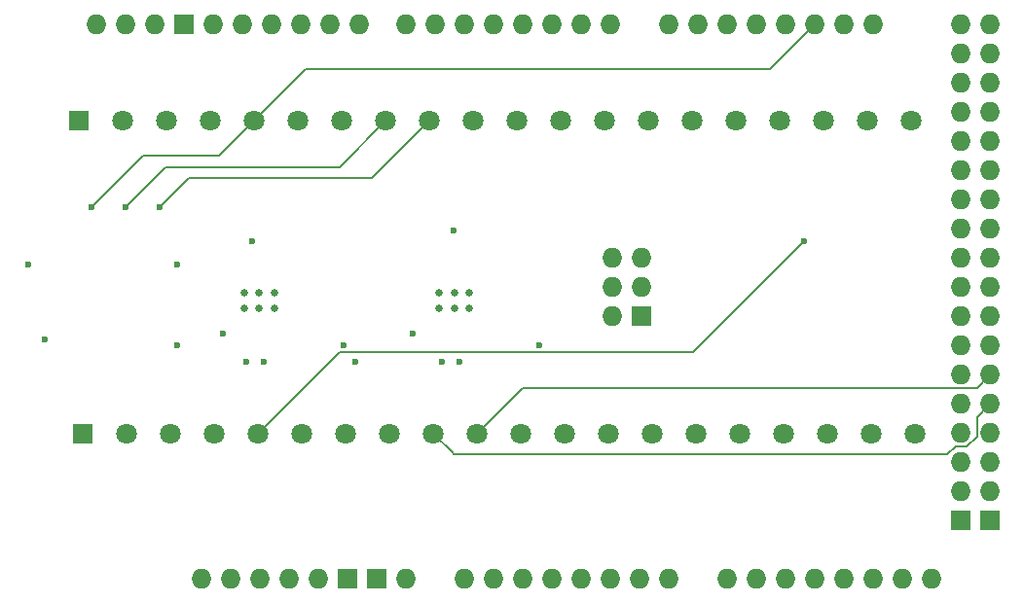
<source format=gbr>
%TF.GenerationSoftware,KiCad,Pcbnew,9.0.2*%
%TF.CreationDate,2025-06-29T11:55:11-05:00*%
%TF.ProjectId,k3ng-Rotator-v2,6b336e67-2d52-46f7-9461-746f722d7632,rev?*%
%TF.SameCoordinates,Original*%
%TF.FileFunction,Copper,L3,Inr*%
%TF.FilePolarity,Positive*%
%FSLAX46Y46*%
G04 Gerber Fmt 4.6, Leading zero omitted, Abs format (unit mm)*
G04 Created by KiCad (PCBNEW 9.0.2) date 2025-06-29 11:55:11*
%MOMM*%
%LPD*%
G01*
G04 APERTURE LIST*
%TA.AperFunction,ComponentPad*%
%ADD10R,1.800000X1.800000*%
%TD*%
%TA.AperFunction,ComponentPad*%
%ADD11C,1.800000*%
%TD*%
%TA.AperFunction,ComponentPad*%
%ADD12C,0.630000*%
%TD*%
%TA.AperFunction,ComponentPad*%
%ADD13O,1.727200X1.727200*%
%TD*%
%TA.AperFunction,ComponentPad*%
%ADD14R,1.727200X1.727200*%
%TD*%
%TA.AperFunction,ViaPad*%
%ADD15C,0.600000*%
%TD*%
%TA.AperFunction,Conductor*%
%ADD16C,0.200000*%
%TD*%
G04 APERTURE END LIST*
D10*
%TO.N,GND*%
%TO.C,J2*%
X100437470Y-67957204D03*
D11*
%TO.N,+5V*%
X104247470Y-67957204D03*
%TO.N,GND*%
X108057470Y-67957204D03*
%TO.N,/AZEnc-A*%
X111867470Y-67957204D03*
%TO.N,/AZEnc-B*%
X115677470Y-67957204D03*
%TO.N,+5V*%
X119487470Y-67957204D03*
%TO.N,+12V*%
X123297470Y-67957204D03*
%TO.N,/ElevEnc-B*%
X127107470Y-67957204D03*
%TO.N,/ElevEnc-A*%
X130917470Y-67957204D03*
%TO.N,/AzM1*%
X134727470Y-67957204D03*
%TO.N,/AzM2*%
X138537470Y-67957204D03*
%TO.N,/ElvM2*%
X142347470Y-67957204D03*
%TO.N,/ElvM1*%
X146157470Y-67957204D03*
%TO.N,+12V*%
X149967470Y-67957204D03*
%TO.N,/D15*%
X153777470Y-67957204D03*
%TO.N,/D16*%
X157587470Y-67957204D03*
%TO.N,/D17*%
X161397470Y-67957204D03*
%TO.N,/SCL*%
X165207470Y-67957204D03*
%TO.N,/SDA*%
X169017470Y-67957204D03*
%TO.N,GND*%
X172827470Y-67957204D03*
%TD*%
D12*
%TO.N,GND*%
%TO.C,U1*%
X131795000Y-84275000D03*
X133095000Y-84275000D03*
X134395000Y-84275000D03*
X131795000Y-82975000D03*
X133095000Y-82975000D03*
X134395000Y-82975000D03*
%TD*%
%TO.N,GND*%
%TO.C,U2*%
X114824367Y-84275000D03*
X116124367Y-84275000D03*
X117424367Y-84275000D03*
X114824367Y-82975000D03*
X116124367Y-82975000D03*
X117424367Y-82975000D03*
%TD*%
D13*
%TO.N,+12V*%
%TO.C,A1*%
X128911500Y-107844237D03*
%TO.N,unconnected-(A1-PadSDA)*%
X104527500Y-59584237D03*
%TO.N,unconnected-(A1-PadSCL)*%
X101987500Y-59584237D03*
%TO.N,unconnected-(A1-SPI_SCK-PadSCK)*%
X146818500Y-82444237D03*
%TO.N,unconnected-(A1-SPI_RESET-PadRST2)*%
X146818500Y-84984237D03*
%TO.N,unconnected-(A1-RESET-PadRST1)*%
X116211500Y-107844237D03*
%TO.N,unconnected-(A1-SPI_MOSI-PadMOSI)*%
X149358500Y-82444237D03*
%TO.N,unconnected-(A1-SPI_MISO-PadMISO)*%
X146818500Y-79904237D03*
%TO.N,unconnected-(A1-IOREF-PadIORF)*%
X113671500Y-107844237D03*
D14*
%TO.N,GND*%
X179711500Y-102764237D03*
X177171500Y-102764237D03*
%TO.N,unconnected-(A1-SPI_GND-PadGND4)*%
X149358500Y-84984237D03*
%TO.N,GND*%
X126371500Y-107844237D03*
X123831500Y-107844237D03*
X109607500Y-59584237D03*
D13*
%TO.N,unconnected-(A1-D53_CS-PadD53)*%
X179711500Y-100224237D03*
%TO.N,unconnected-(A1-D52_SCK-PadD52)*%
X177171500Y-100224237D03*
%TO.N,unconnected-(A1-D51_MOSI-PadD51)*%
X179711500Y-97684237D03*
%TO.N,unconnected-(A1-D50_MISO-PadD50)*%
X177171500Y-97684237D03*
%TO.N,/LCD-D7*%
X179711500Y-95144237D03*
%TO.N,unconnected-(A1-PadD48)*%
X177171500Y-95144237D03*
%TO.N,/LCD-D6*%
X179711500Y-92604237D03*
%TO.N,unconnected-(A1-PadD46)*%
X177171500Y-92604237D03*
%TO.N,/LCD-D5*%
X179711500Y-90064237D03*
%TO.N,unconnected-(A1-PadD44)*%
X177171500Y-90064237D03*
%TO.N,/LCD-D4*%
X179711500Y-87524237D03*
%TO.N,unconnected-(A1-PadD42)*%
X177171500Y-87524237D03*
%TO.N,/LCD-RST*%
X179711500Y-84984237D03*
%TO.N,unconnected-(A1-PadD40)*%
X177171500Y-84984237D03*
%TO.N,/LCD-E*%
X179711500Y-82444237D03*
%TO.N,unconnected-(A1-PadD38)*%
X177171500Y-82444237D03*
%TO.N,unconnected-(A1-PadD37)*%
X179711500Y-79904237D03*
%TO.N,unconnected-(A1-PadD36)*%
X177171500Y-79904237D03*
%TO.N,unconnected-(A1-PadD35)*%
X179711500Y-77364237D03*
%TO.N,unconnected-(A1-PadD34)*%
X177171500Y-77364237D03*
%TO.N,unconnected-(A1-PadD33)*%
X179711500Y-74824237D03*
%TO.N,unconnected-(A1-PadD32)*%
X177171500Y-74824237D03*
%TO.N,unconnected-(A1-PadD31)*%
X179711500Y-72284237D03*
%TO.N,unconnected-(A1-PadD30)*%
X177171500Y-72284237D03*
%TO.N,unconnected-(A1-PadD29)*%
X179711500Y-69744237D03*
%TO.N,unconnected-(A1-PadD28)*%
X177171500Y-69744237D03*
%TO.N,unconnected-(A1-PadD27)*%
X179711500Y-67204237D03*
%TO.N,unconnected-(A1-PadD26)*%
X177171500Y-67204237D03*
%TO.N,unconnected-(A1-PadD25)*%
X179711500Y-64664237D03*
%TO.N,unconnected-(A1-PadD24)*%
X177171500Y-64664237D03*
%TO.N,unconnected-(A1-PadD23)*%
X179711500Y-62124237D03*
%TO.N,unconnected-(A1-PadD22)*%
X177171500Y-62124237D03*
%TO.N,/SDA*%
X169551500Y-59584237D03*
%TO.N,/SCL*%
X167011500Y-59584237D03*
%TO.N,/AZEnc-B*%
X164471500Y-59584237D03*
%TO.N,/AZEnc-A*%
X161931500Y-59584237D03*
%TO.N,/D17*%
X159391500Y-59584237D03*
%TO.N,/D16*%
X156851500Y-59584237D03*
%TO.N,/D15*%
X154311500Y-59584237D03*
%TO.N,unconnected-(A1-D14{slash}TX3-PadD14)*%
X151771500Y-59584237D03*
%TO.N,unconnected-(A1-PadD13)*%
X112147500Y-59584237D03*
%TO.N,unconnected-(A1-PadD12)*%
X114687500Y-59584237D03*
%TO.N,unconnected-(A1-PadD11)*%
X117227500Y-59584237D03*
%TO.N,unconnected-(A1-PadD10)*%
X119767500Y-59584237D03*
%TO.N,/ElvM1_In*%
X122307500Y-59584237D03*
%TO.N,/ElvM2_In*%
X124847500Y-59584237D03*
%TO.N,/AzM1_In*%
X128911500Y-59584237D03*
%TO.N,/AzM2_In*%
X131451500Y-59584237D03*
%TO.N,unconnected-(A1-PadD5)*%
X133991500Y-59584237D03*
%TO.N,unconnected-(A1-PadD4)*%
X136531500Y-59584237D03*
%TO.N,/ElevEnc-B*%
X139071500Y-59584237D03*
%TO.N,/ElevEnc-A*%
X141611500Y-59584237D03*
%TO.N,/Serial_TX*%
X144151500Y-59584237D03*
%TO.N,/Serial_RX*%
X146691500Y-59584237D03*
%TO.N,unconnected-(A1-PadAREF)*%
X107067500Y-59584237D03*
%TO.N,unconnected-(A1-PadA15)*%
X174631500Y-107844237D03*
%TO.N,unconnected-(A1-PadA14)*%
X172091500Y-107844237D03*
%TO.N,unconnected-(A1-PadA13)*%
X169551500Y-107844237D03*
%TO.N,unconnected-(A1-PadA12)*%
X167011500Y-107844237D03*
%TO.N,unconnected-(A1-PadA11)*%
X164471500Y-107844237D03*
%TO.N,unconnected-(A1-PadA10)*%
X161931500Y-107844237D03*
%TO.N,unconnected-(A1-PadA9)*%
X159391500Y-107844237D03*
%TO.N,unconnected-(A1-PadA8)*%
X156851500Y-107844237D03*
%TO.N,unconnected-(A1-PadA7)*%
X151771500Y-107844237D03*
%TO.N,unconnected-(A1-PadA6)*%
X149231500Y-107844237D03*
%TO.N,unconnected-(A1-PadA5)*%
X146691500Y-107844237D03*
%TO.N,unconnected-(A1-PadA4)*%
X144151500Y-107844237D03*
%TO.N,/SW-DWN*%
X141611500Y-107844237D03*
%TO.N,/SW-UP*%
X139071500Y-107844237D03*
%TO.N,/SW-CCW*%
X136531500Y-107844237D03*
%TO.N,/SW-CW*%
X133991500Y-107844237D03*
%TO.N,+5V*%
X179711500Y-59584237D03*
X177171500Y-59584237D03*
%TO.N,unconnected-(A1-SPI_5V-Pad5V2)*%
X149358500Y-79904237D03*
%TO.N,+5V*%
X121291500Y-107844237D03*
%TO.N,+3.3V*%
X118751500Y-107844237D03*
%TO.N,*%
X111131500Y-107844237D03*
%TD*%
D10*
%TO.N,+5V*%
%TO.C,J1*%
X100770148Y-95196454D03*
D11*
X104580148Y-95196454D03*
X108390148Y-95196454D03*
%TO.N,+3.3V*%
X112200148Y-95196454D03*
X116010148Y-95196454D03*
%TO.N,/LCD-RST*%
X119820148Y-95196454D03*
%TO.N,/LCD-E*%
X123630148Y-95196454D03*
%TO.N,/LCD-D7*%
X127440148Y-95196454D03*
%TO.N,/LCD-D6*%
X131250148Y-95196454D03*
%TO.N,/LCD-D5*%
X135060148Y-95196454D03*
%TO.N,/LCD-D4*%
X138870148Y-95196454D03*
%TO.N,/SW-CW*%
X142680148Y-95196454D03*
%TO.N,/SW-CCW*%
X146490148Y-95196454D03*
%TO.N,/SW-UP*%
X150300148Y-95196454D03*
%TO.N,/SW-DWN*%
X154110148Y-95196454D03*
%TO.N,/Serial_TX*%
X157920148Y-95196454D03*
%TO.N,/Serial_RX*%
X161730148Y-95196454D03*
%TO.N,GND*%
X165540148Y-95196454D03*
X169350148Y-95196454D03*
X173160148Y-95196454D03*
%TD*%
D15*
%TO.N,GND*%
X133011000Y-77500000D03*
X123500000Y-87500000D03*
X115500000Y-78500000D03*
X97500000Y-87000000D03*
X129500000Y-86500000D03*
X124500000Y-89000000D03*
X109000000Y-87500000D03*
X140440768Y-87500000D03*
X113000000Y-86500000D03*
%TO.N,+5V*%
X96000000Y-80500000D03*
X109000000Y-80500000D03*
%TO.N,/AzM2_In*%
X133500000Y-89000000D03*
%TO.N,/ElevEnc-B*%
X104500000Y-75500000D03*
%TO.N,/ElvM2_In*%
X116500000Y-89000000D03*
%TO.N,/AZEnc-B*%
X101500000Y-75500000D03*
%TO.N,+3.3V*%
X163500000Y-78500000D03*
%TO.N,/ElevEnc-A*%
X107500000Y-75500000D03*
%TO.N,/AzM1_In*%
X132000000Y-89000000D03*
%TO.N,/ElvM1_In*%
X115000000Y-89000000D03*
%TD*%
D16*
%TO.N,/LCD-D5*%
X135060148Y-95196454D02*
X139027765Y-91228837D01*
X178546900Y-91228837D02*
X179711500Y-90064237D01*
X139027765Y-91228837D02*
X178546900Y-91228837D01*
%TO.N,/ElevEnc-B*%
X104500000Y-75500000D02*
X108000000Y-72000000D01*
X123090000Y-72000000D02*
X127090000Y-68000000D01*
X108000000Y-72000000D02*
X123090000Y-72000000D01*
%TO.N,/AZEnc-B*%
X115660000Y-68000000D02*
X120160000Y-63500000D01*
X120160000Y-63500000D02*
X160555737Y-63500000D01*
X106000000Y-71000000D02*
X112660000Y-71000000D01*
X112660000Y-71000000D02*
X115660000Y-68000000D01*
X101500000Y-75500000D02*
X106000000Y-71000000D01*
X160555737Y-63500000D02*
X164471500Y-59584237D01*
%TO.N,+3.3V*%
X163500000Y-78500000D02*
X153899000Y-88101000D01*
X123105602Y-88101000D02*
X116010148Y-95196454D01*
X153899000Y-88101000D02*
X123105602Y-88101000D01*
%TO.N,/ElevEnc-A*%
X107500000Y-75500000D02*
X110000000Y-73000000D01*
X110000000Y-73000000D02*
X125900000Y-73000000D01*
X125900000Y-73000000D02*
X130900000Y-68000000D01*
%TO.N,/LCD-D6*%
X177691163Y-96308837D02*
X178546900Y-95453100D01*
X133000000Y-96946306D02*
X133000000Y-97000000D01*
X178546900Y-95453100D02*
X178546900Y-93768837D01*
X176000000Y-97000000D02*
X176691163Y-96308837D01*
X176691163Y-96308837D02*
X177691163Y-96308837D01*
X133000000Y-97000000D02*
X176000000Y-97000000D01*
X178546900Y-93768837D02*
X179711500Y-92604237D01*
X131250148Y-95196454D02*
X133000000Y-96946306D01*
%TD*%
M02*

</source>
